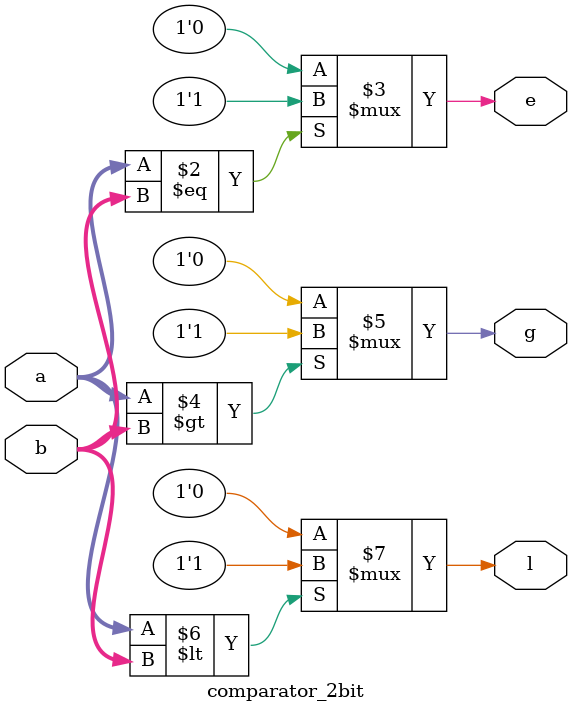
<source format=v>
module comparator_2bit(input [1:0] a,b, output  reg e,g,l);
    always @(*) begin
        
        // if (a==b)
        // begin
        //     e=1;
        //     g=0;
        //     l=0;
        // end 
        // else  if (a>b) begin
        //     e=0;
        //     g=1;
        //     l=0;
        // end
        // else  begin
        //     e=0;
        //     g=0;
        //     l=1;
        // end 
        e=(a==b)? 1'b1:1'b0;
        g=(a>b)? 1'b1:1'b0;
        l=(a<b)? 1'b1:1'b0;
    end

endmodule
</source>
